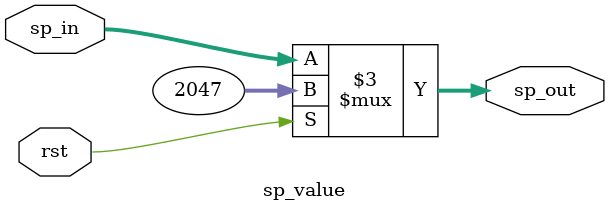
<source format=v>
module sp_value(input [31:0] sp_in,output reg[31:0] sp_out,input rst);
always @* begin
if(rst) begin
sp_out = 2047;
end else begin
sp_out = sp_in;
end
end

endmodule
</source>
